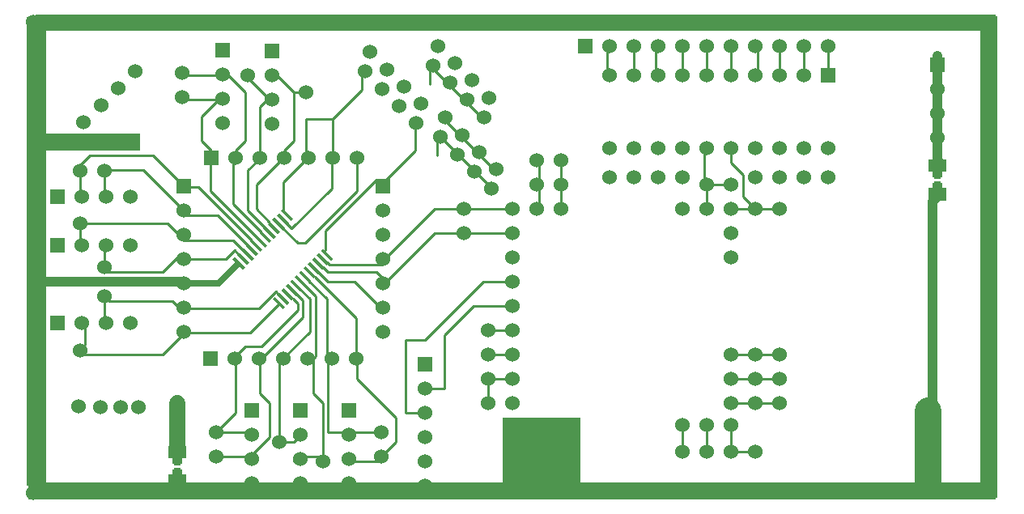
<source format=gtl>
G04 start of page 2 for group 0 idx 0 *
G04 Title: (unknown), component *
G04 Creator: pcb 20100929 *
G04 CreationDate: Mon Apr 28 19:31:08 2014 UTC *
G04 For: xpi *
G04 Format: Gerber/RS-274X *
G04 PCB-Dimensions: 400000 200000 *
G04 PCB-Coordinate-Origin: lower left *
%MOIN*%
%FSLAX25Y25*%
%LNFRONT*%
%ADD11C,0.0200*%
%ADD12C,0.0100*%
%ADD13C,0.1100*%
%ADD14C,0.0400*%
%ADD15C,0.0650*%
%ADD16C,0.0250*%
%ADD17C,0.0600*%
%ADD18C,0.0360*%
%ADD19R,0.0197X0.0197*%
%ADD20R,0.0295X0.0295*%
%ADD21R,0.0512X0.0512*%
%ADD22C,0.0380*%
%ADD23C,0.0280*%
%ADD24C,0.0320*%
G54D11*G36*
X500Y7500D02*X399000D01*
Y500D01*
X500D01*
Y7500D01*
G37*
G36*
X46500Y151000D02*Y144000D01*
X1000D01*
Y151000D01*
X46500D01*
G37*
G36*
X392500Y199500D02*X399500D01*
Y1000D01*
X392500D01*
Y199500D01*
G37*
G36*
X8000Y199000D02*Y6000D01*
X0D01*
Y199000D01*
X8000D01*
G37*
G36*
X196000Y34000D02*X228000D01*
Y4000D01*
X196000D01*
Y34000D01*
G37*
G36*
X399000Y193500D02*X2000D01*
X3500Y200000D01*
X399000D01*
Y193500D01*
G37*
G54D12*X289677Y100866D02*Y98866D01*
X280000Y120000D02*Y130000D01*
X290000D01*
Y120000D02*X310000D01*
X299000Y121000D02*X295000Y125000D01*
X198677Y70366D02*X199677Y71366D01*
X289677Y60366D02*X288677D01*
X290000Y60000D02*X310000D01*
X290000Y50000D02*X310000D01*
X289645Y40365D02*X289145D01*
X290000Y40000D02*X310000D01*
X290000Y30000D02*Y20000D01*
X300000D01*
X280000Y30000D02*Y20000D01*
X270000Y32000D02*Y20000D01*
G54D13*X371000Y8000D02*Y37000D01*
G54D12*X372000Y7000D02*X371000Y8000D01*
G54D14*X373000Y123000D02*Y4000D01*
G54D12*X200177Y79866D02*X200677Y80366D01*
X210000Y120000D02*X211000Y121000D01*
Y141000D01*
X220000Y120000D02*Y140000D01*
X240000Y175000D02*X239000Y176000D01*
Y186000D01*
X250000D02*Y174000D01*
X259000Y188000D02*Y174000D01*
G54D14*X376000Y139000D02*X375000Y140000D01*
Y183000D01*
Y125000D02*X373000Y123000D01*
G54D12*X270000Y186000D02*Y175000D01*
X280000Y186000D02*Y175000D01*
X290000Y187000D02*Y175000D01*
X300000Y187000D02*X301000Y186000D01*
Y174000D01*
X310000Y187000D02*Y175000D01*
X320000D02*Y187000D01*
X330000Y175000D02*Y186000D01*
X280000Y130000D02*X279000Y131000D01*
Y145000D01*
X295000Y125000D02*Y134000D01*
X290000Y139000D01*
Y144000D01*
X114500Y106000D02*X136000Y127500D01*
Y140500D01*
X135500Y75000D02*Y59000D01*
X123000Y111000D02*X144000Y132000D01*
X123000Y103000D02*Y111000D01*
X123500Y98000D02*X124500Y97000D01*
X122000Y96000D02*X124000Y94000D01*
X120000D02*X124000Y90000D01*
X116500Y83000D02*Y69500D01*
X116000Y141000D02*X115000Y142000D01*
X146000Y130000D02*X160000Y144000D01*
Y154000D01*
X124500Y97000D02*X146500D01*
X124000Y94000D02*X144000D01*
X147000Y91000D01*
X124000Y90000D02*X135000D01*
X145500Y79500D01*
X118500Y92000D02*X135500Y75000D01*
X116000Y90500D02*X123500Y83000D01*
X114500Y88500D02*X119000Y84000D01*
X113500Y82500D02*Y75500D01*
X123500Y83000D02*Y59000D01*
X119000Y84000D02*Y59500D01*
X117500Y58000D01*
X112000Y87500D02*X116500Y83000D01*
X78000Y28000D02*X90000D01*
X86000Y36000D02*X78000Y28000D01*
G54D15*X62000Y20000D02*Y40000D01*
G54D12*X90000Y28000D02*X92000Y26000D01*
X110000D02*X112000Y28000D01*
X92000Y18000D02*X100000Y26000D01*
X104000Y24000D02*X110000D01*
X112000Y26000D01*
X78000Y18000D02*X92000D01*
X110000Y16000D02*X112000Y18000D01*
X100000Y40000D02*X96000Y44000D01*
Y58000D01*
X86000D02*Y36000D01*
X100000Y26000D02*Y40000D01*
X104000Y24000D02*Y56000D01*
X106000Y58000D01*
X134000Y28000D02*X146000D01*
X132000D02*X124000D01*
X132000Y16000D02*X144000D01*
X146000Y18000D01*
X112000D02*X120000D01*
X122000Y16000D01*
Y40000D01*
X118000Y44000D01*
Y58000D01*
X124000Y28000D02*Y56000D01*
X126000Y58000D01*
X136000Y50000D02*Y58000D01*
X145931Y18062D02*X152000Y24131D01*
Y34000D01*
X136000Y50000D01*
X95500Y79000D02*X66000D01*
G54D16*X86500Y97000D02*X79000Y89500D01*
G54D12*X87000Y101500D02*X85500Y103000D01*
X82000Y99500D01*
X89000Y103000D02*X85000Y107000D01*
G54D16*X79000Y89500D02*X66000D01*
G54D12*X82000Y99500D02*X65500D01*
X64000Y89000D02*X63000Y90000D01*
X199677Y60366D03*
Y89866D02*X200177Y89366D01*
X200000Y90000D02*X188000D01*
X184000Y80000D02*X200000D01*
X200677Y60366D02*X199677Y59366D01*
G54D16*X199645Y29865D02*X200145Y29365D01*
G54D12*X200000Y50000D02*X190000D01*
X200000Y60000D02*X190000D01*
X200000Y70000D02*X190000D01*
Y40000D02*Y50000D01*
X188000Y90000D02*X164000Y66000D01*
X172000Y68000D02*X184000Y80000D01*
X164000Y66000D02*X156000D01*
Y36000D01*
X164000D01*
Y46000D02*X172000D01*
Y68000D01*
X168000Y120000D02*X148000Y100000D01*
Y90000D02*X168000Y110000D01*
X198000Y120000D02*X168000D01*
Y110000D02*X200000D01*
X192500Y128000D02*X192000D01*
X171500Y148500D01*
X192500Y135500D02*Y136000D01*
X169500Y159000D01*
X189000Y158500D02*X186500D01*
X166500Y178500D01*
X116500Y69500D02*X106000Y59000D01*
X113500Y75500D02*X96500Y58500D01*
X111500Y78500D02*X96500Y63500D01*
X104000Y81000D02*X92000Y69000D01*
X111000Y85000D02*X113500Y82500D01*
X109500Y83000D02*X111500Y81000D01*
Y78500D01*
X96500Y63500D02*X90000D01*
X86000Y59500D01*
X92000Y69000D02*X66000D01*
X64000Y68000D02*X56000Y60000D01*
X22000D01*
X104000Y84500D02*X102500Y86000D01*
X95500Y79000D01*
X66000Y80000D02*X62000D01*
X60000Y82000D01*
X34000D01*
X32000Y84000D01*
G54D14*X63000Y90000D02*X4000D01*
G54D12*X24000Y72000D02*Y64000D01*
X22000Y62000D01*
X32000Y82000D02*Y72000D01*
X52000Y142000D02*X26000D01*
X20000Y136000D01*
X32000Y134000D02*Y124000D01*
X22000Y136000D02*Y124000D01*
X48000Y136000D02*X32000D01*
X58000Y114000D02*X22000D01*
Y106000D01*
X32000Y94000D02*Y104000D01*
X56000Y94000D02*X32000D01*
X107000Y114000D02*X109000Y112000D01*
X105000Y112500D02*X111500Y106000D01*
X114500D01*
X105500Y119500D02*Y131000D01*
X115000Y140500D01*
X109000Y112000D02*X125500Y128500D01*
Y139500D01*
X126000Y157000D02*Y140000D01*
X115000Y157000D02*X126000D01*
X115000Y142000D02*Y157000D01*
X85000Y107000D02*X64500D01*
X64000Y110000D02*X62000D01*
X58000Y114000D01*
X64000Y100000D02*X62000D01*
X56000Y94000D01*
X91000Y105000D02*X78500Y117500D01*
X92500Y107000D02*X70500Y129000D01*
X94500Y108500D02*X75500Y127500D01*
X96500Y110500D02*X85000Y122000D01*
X78500Y117500D02*X64500D01*
X70500Y129000D02*X65000D01*
X64500Y129500D01*
X75500Y127500D02*Y139500D01*
X85000Y122000D02*Y140000D01*
X64000Y130000D02*X52000Y142000D01*
X64000Y120000D02*X48000Y136000D01*
X98000Y112500D02*X91000Y119500D01*
Y136000D01*
X100000Y114500D02*X94500Y120000D01*
Y130000D01*
X91000Y136000D02*X95500Y140500D01*
X94500Y130000D02*X105500Y141000D01*
X86000Y140000D02*Y144000D01*
X90000Y148000D01*
X76000Y142000D02*Y144000D01*
X72000Y148000D01*
Y158000D01*
X80000Y166000D01*
Y175000D02*X64000D01*
X80000Y165000D02*X64000D01*
X106000Y142000D02*Y144000D01*
X96000Y142000D02*Y162000D01*
X100000Y166000D01*
X90000Y148000D02*Y168000D01*
X91000Y174000D02*X101000Y164000D01*
X106000Y144000D02*X110000Y148000D01*
X169000Y142000D02*Y149500D01*
X110000Y148000D02*Y168000D01*
X102000Y176000D01*
X90000Y168000D02*X82000Y176000D01*
X115000Y168000D02*X110000D01*
X126000Y157000D02*X138000Y169000D01*
Y176500D01*
X166000Y171500D02*Y179000D01*
X500Y198500D02*X398500D01*
G54D17*X112500Y7000D03*
X132500D03*
X372000Y5500D03*
X164000Y6000D03*
G54D11*G36*
X369000Y38500D02*Y32500D01*
X375000D01*
Y38500D01*
X369000D01*
G37*
G54D17*X372000Y25500D03*
Y15500D03*
X164000Y16000D03*
G54D11*G36*
X372000Y182500D02*Y176500D01*
X378000D01*
Y182500D01*
X372000D01*
G37*
G54D17*X375000Y169500D03*
Y159500D03*
Y149500D03*
G54D11*G36*
X327000Y178000D02*Y172000D01*
X333000D01*
Y178000D01*
X327000D01*
G37*
G54D17*X320000Y175000D03*
X310000D03*
Y145000D03*
X320000D03*
X330000D03*
X300000Y175000D03*
X290000D03*
X280000D03*
X270000Y145000D03*
X280000D03*
X290000D03*
X300000D03*
X280000Y187000D03*
X290000D03*
X300000D03*
X310000D03*
X320000D03*
X330000D03*
X270000Y175000D03*
X260000D03*
Y187000D03*
X270000D03*
X240000Y175000D03*
Y145000D03*
X250000D03*
X260000D03*
X250000Y175000D03*
G54D11*G36*
X227000Y190000D02*Y184000D01*
X233000D01*
Y190000D01*
X227000D01*
G37*
G54D17*X240000Y187000D03*
X250000D03*
G54D11*G36*
X9500Y108000D02*Y102000D01*
X15500D01*
Y108000D01*
X9500D01*
G37*
G36*
Y128000D02*Y122000D01*
X15500D01*
Y128000D01*
X9500D01*
G37*
G54D17*X22500Y105000D03*
Y125000D03*
X32500Y105000D03*
Y125000D03*
X42500Y105000D03*
Y125000D03*
G54D11*G36*
X9500Y76000D02*Y70000D01*
X15500D01*
Y76000D01*
X9500D01*
G37*
G54D17*X22500Y73000D03*
X32500D03*
X42500D03*
X101000Y165000D03*
Y155000D03*
G54D11*G36*
X77500Y188500D02*Y182500D01*
X83500D01*
Y188500D01*
X77500D01*
G37*
G54D17*X80500Y175500D03*
G54D11*G36*
X98000Y188000D02*Y182000D01*
X104000D01*
Y188000D01*
X98000D01*
G37*
G54D17*X101000Y175000D03*
X80500Y165500D03*
Y155500D03*
G54D11*G36*
X73000Y144000D02*Y138000D01*
X79000D01*
Y144000D01*
X73000D01*
G37*
G54D17*X86000Y141000D03*
X96000D03*
X106000D03*
X116000D03*
X126000D03*
X136000D03*
G54D11*G36*
X143500Y132500D02*Y126500D01*
X149500D01*
Y132500D01*
X143500D01*
G37*
G54D17*X146500Y119500D03*
Y109500D03*
Y99500D03*
G54D11*G36*
X61500Y132500D02*Y126500D01*
X67500D01*
Y132500D01*
X61500D01*
G37*
G54D17*X64500Y119500D03*
Y109500D03*
Y99500D03*
Y89500D03*
Y79500D03*
Y69500D03*
G54D11*G36*
X72500Y61500D02*Y55500D01*
X78500D01*
Y61500D01*
X72500D01*
G37*
G54D17*X85500Y58500D03*
X95500D03*
G54D11*G36*
X89500Y40000D02*Y34000D01*
X95500D01*
Y40000D01*
X89500D01*
G37*
G54D17*X92500Y27000D03*
Y17000D03*
Y7000D03*
X146500Y89500D03*
Y79500D03*
G54D11*G36*
X161000Y59000D02*Y53000D01*
X167000D01*
Y59000D01*
X161000D01*
G37*
G54D17*X164000Y46000D03*
X146500Y69500D03*
X125500Y58500D03*
X135500D03*
G54D11*G36*
X129500Y40000D02*Y34000D01*
X135500D01*
Y40000D01*
X129500D01*
G37*
G54D17*X132500Y27000D03*
X105500Y58500D03*
X115500D03*
G54D11*G36*
X109500Y40000D02*Y34000D01*
X115500D01*
Y40000D01*
X109500D01*
G37*
G54D17*X112500Y27000D03*
Y17000D03*
X132500D03*
X164000Y36000D03*
Y26000D03*
X396254Y197196D03*
Y4696D03*
X2754Y3196D03*
Y197196D03*
X21938Y135931D03*
X23414Y155636D03*
X31938Y135931D03*
X30485Y162707D03*
X22000Y114000D03*
X32000Y96000D03*
Y84000D03*
X21938Y61931D03*
X21151Y38627D03*
X30222Y38556D03*
X104000Y24000D03*
X122000Y16000D03*
X145931Y28062D03*
Y18062D03*
X77931Y28062D03*
Y18062D03*
X46000Y38500D03*
G54D18*X62000Y38000D03*
G54D17*X141151Y184627D03*
G54D18*X43000Y148000D03*
G54D17*X289931Y110062D03*
Y100062D03*
Y120062D03*
Y130062D03*
X279931D03*
Y120062D03*
X269931D03*
X299931D03*
X309931D03*
X240000Y133000D03*
X270000D03*
X260000D03*
X250000D03*
X330000D03*
X320000D03*
X310000D03*
X300000D03*
X299931Y50062D03*
X289931Y60062D03*
X309931Y50062D03*
Y60062D03*
X299931D03*
X269899Y31061D03*
X269931Y20062D03*
X279899Y31061D03*
X289931Y50062D03*
X299931Y40062D03*
X309931D03*
X289899Y31061D03*
Y40061D03*
X289931Y20062D03*
X299931D03*
X279931D03*
X38500Y38500D03*
X199884Y29948D03*
X199899Y40061D03*
X189899D03*
X199931Y90062D03*
Y80062D03*
Y60062D03*
Y70062D03*
X199965Y50038D03*
X189931Y60062D03*
Y70062D03*
X189965Y50038D03*
X91000Y175000D03*
X63931Y176062D03*
Y166062D03*
X37556Y169778D03*
X44627Y176849D03*
X115000Y168000D03*
X160364Y155414D03*
X153293Y162485D03*
X162364Y163414D03*
X170151Y149627D03*
X179222Y150556D03*
X172151Y157627D03*
X146222Y169556D03*
X139151Y176627D03*
X155293Y170485D03*
X148222Y177556D03*
X188364Y157914D03*
X181293Y164985D03*
X190364Y165914D03*
X183293Y172985D03*
X174222Y172056D03*
X167151Y179127D03*
X176222Y180056D03*
X169151Y187127D03*
X209931Y120062D03*
X199931D03*
Y110062D03*
X219931Y120062D03*
X179931D03*
X199931Y100062D03*
X179931Y110062D03*
X191364Y128414D03*
X184293Y135485D03*
X193364Y136414D03*
X209931Y130062D03*
X219931D03*
X209931Y140062D03*
X219931D03*
X177222Y142556D03*
X186293Y143485D03*
G54D11*G36*
X91136Y105737D02*X95311Y101561D01*
X94393Y100643D01*
X90217Y104818D01*
X91136Y105737D01*
G37*
G36*
X89326Y103927D02*X93502Y99753D01*
X92584Y98834D01*
X88408Y103008D01*
X89326Y103927D01*
G37*
G36*
X87517Y102118D02*X91692Y97942D01*
X90774Y97024D01*
X86598Y101199D01*
X87517Y102118D01*
G37*
G36*
X85707Y100308D02*X89883Y96134D01*
X88965Y95215D01*
X84789Y99389D01*
X85707Y100308D01*
G37*
G54D19*X61607Y12426D02*X62393D01*
X61607Y15574D02*X62393D01*
G54D20*X61508Y16559D02*X62492D01*
G54D21*X60819Y19905D02*X63181D01*
G54D20*X61508Y11441D02*X62492D01*
G54D21*X60819Y8095D02*X63181D01*
G54D11*G36*
X100183Y114784D02*X104358Y110608D01*
X103440Y109690D01*
X99264Y113865D01*
X100183Y114784D01*
G37*
G36*
X98374Y112974D02*X102549Y108798D01*
X101631Y107880D01*
X97455Y112055D01*
X98374Y112974D01*
G37*
G36*
X96564Y111165D02*X100739Y106989D01*
X99821Y106071D01*
X95645Y110246D01*
X96564Y111165D01*
G37*
G36*
X94755Y109356D02*X98930Y105180D01*
X98012Y104262D01*
X93836Y108437D01*
X94755Y109356D01*
G37*
G36*
X105612Y120212D02*X109786Y116036D01*
X108867Y115118D01*
X104693Y119294D01*
X105612Y120212D01*
G37*
G36*
X103802Y118403D02*X107977Y114227D01*
X107059Y113309D01*
X102883Y117484D01*
X103802Y118403D01*
G37*
G36*
X101993Y116593D02*X106167Y112417D01*
X105248Y111499D01*
X101074Y115675D01*
X101993Y116593D01*
G37*
G36*
X92946Y107546D02*X97121Y103370D01*
X96203Y102452D01*
X92027Y106627D01*
X92946Y107546D01*
G37*
G54D19*X374607Y130426D02*X375393D01*
X374607Y133574D02*X375393D01*
G54D20*X374508Y134559D02*X375492D01*
G54D21*X373819Y137905D02*X376181D01*
G54D20*X374508Y129441D02*X375492D01*
G54D21*X373819Y126095D02*X376181D01*
G54D11*G36*
X102133Y83884D02*X106307Y79708D01*
X105388Y78790D01*
X101214Y82966D01*
X102133Y83884D01*
G37*
G36*
X103942Y85693D02*X108117Y81517D01*
X107199Y80599D01*
X103023Y84774D01*
X103942Y85693D01*
G37*
G36*
X105752Y87503D02*X109926Y83327D01*
X109007Y82409D01*
X104833Y86585D01*
X105752Y87503D01*
G37*
G36*
X107561Y89312D02*X111736Y85136D01*
X110818Y84218D01*
X106642Y88393D01*
X107561Y89312D01*
G37*
G36*
X109370Y91122D02*X113545Y86946D01*
X112627Y86028D01*
X108451Y90203D01*
X109370Y91122D01*
G37*
G36*
X111180Y92931D02*X115355Y88755D01*
X114437Y87837D01*
X110261Y92012D01*
X111180Y92931D01*
G37*
G36*
X112989Y94740D02*X117164Y90564D01*
X116246Y89646D01*
X112070Y93821D01*
X112989Y94740D01*
G37*
G36*
X114798Y96550D02*X118973Y92374D01*
X118055Y91456D01*
X113879Y95631D01*
X114798Y96550D01*
G37*
G36*
X116608Y98359D02*X120783Y94183D01*
X119865Y93265D01*
X115689Y97440D01*
X116608Y98359D01*
G37*
G36*
X118416Y100168D02*X122592Y95994D01*
X121674Y95075D01*
X117498Y99249D01*
X118416Y100168D01*
G37*
G36*
X120227Y101978D02*X124402Y97802D01*
X123484Y96884D01*
X119308Y101059D01*
X120227Y101978D01*
G37*
G36*
X122035Y103787D02*X126211Y99613D01*
X125293Y98694D01*
X121117Y102868D01*
X122035Y103787D01*
G37*
G54D22*G54D23*G54D22*G54D23*G54D22*G54D23*G54D22*G54D24*G54D22*G54D24*G54D22*G54D24*G54D22*G54D24*G54D22*G54D11*G54D22*G54D11*G54D24*G54D22*G54D24*G54D22*G54D24*G54D22*G54D24*G54D22*G54D24*G54D22*G54D24*G54D22*M02*

</source>
